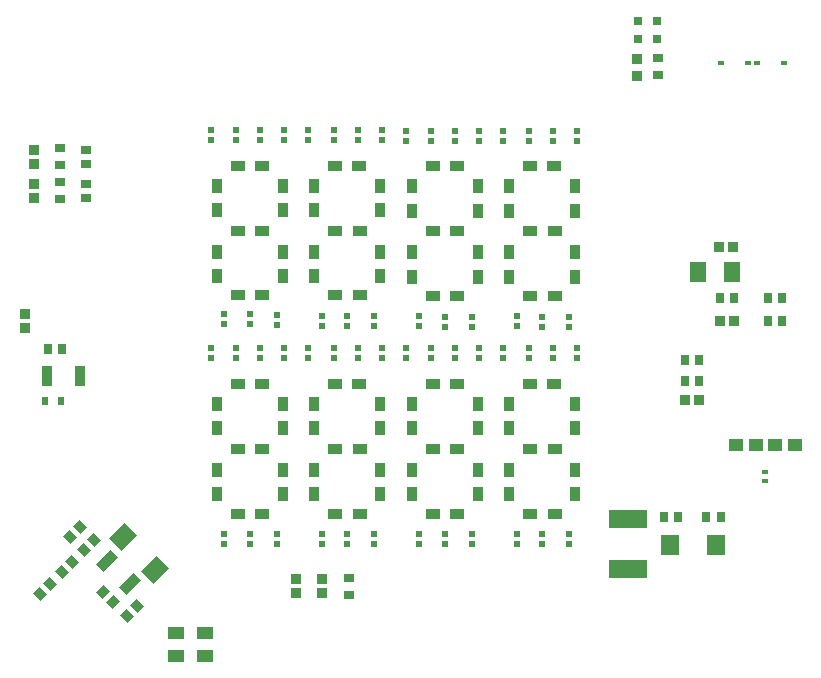
<source format=gtp>
G04*
G04 #@! TF.GenerationSoftware,Altium Limited,Altium Designer,22.4.2 (48)*
G04*
G04 Layer_Color=8421504*
%FSLAX25Y25*%
%MOIN*%
G70*
G04*
G04 #@! TF.SameCoordinates,FFA694D2-1829-43A5-BD7A-47FC6BC8C01B*
G04*
G04*
G04 #@! TF.FilePolarity,Positive*
G04*
G01*
G75*
%ADD14R,0.03788X0.03596*%
%ADD15R,0.03543X0.02559*%
%ADD16R,0.03150X0.03150*%
%ADD17R,0.03174X0.03379*%
%ADD18R,0.06120X0.07111*%
%ADD19R,0.12598X0.05906*%
%ADD20R,0.05544X0.03963*%
%ADD21R,0.03379X0.03174*%
%ADD22R,0.03543X0.02953*%
%ADD23R,0.02362X0.03150*%
%ADD24R,0.02953X0.03543*%
%ADD25R,0.03740X0.06693*%
%ADD26R,0.04560X0.04182*%
%ADD27R,0.01929X0.01772*%
%ADD28R,0.01968X0.01575*%
%ADD29R,0.05276X0.07087*%
G04:AMPARAMS|DCode=30|XSize=29.53mil|YSize=35.43mil|CornerRadius=0mil|HoleSize=0mil|Usage=FLASHONLY|Rotation=45.000|XOffset=0mil|YOffset=0mil|HoleType=Round|Shape=Rectangle|*
%AMROTATEDRECTD30*
4,1,4,0.00209,-0.02297,-0.02297,0.00209,-0.00209,0.02297,0.02297,-0.00209,0.00209,-0.02297,0.0*
%
%ADD30ROTATEDRECTD30*%

G04:AMPARAMS|DCode=31|XSize=29.53mil|YSize=35.43mil|CornerRadius=0mil|HoleSize=0mil|Usage=FLASHONLY|Rotation=135.000|XOffset=0mil|YOffset=0mil|HoleType=Round|Shape=Rectangle|*
%AMROTATEDRECTD31*
4,1,4,0.02297,0.00209,-0.00209,-0.02297,-0.02297,-0.00209,0.00209,0.02297,0.02297,0.00209,0.0*
%
%ADD31ROTATEDRECTD31*%

G04:AMPARAMS|DCode=32|XSize=37.4mil|YSize=66.93mil|CornerRadius=0mil|HoleSize=0mil|Usage=FLASHONLY|Rotation=135.000|XOffset=0mil|YOffset=0mil|HoleType=Round|Shape=Rectangle|*
%AMROTATEDRECTD32*
4,1,4,0.03689,0.01044,-0.01044,-0.03689,-0.03689,-0.01044,0.01044,0.03689,0.03689,0.01044,0.0*
%
%ADD32ROTATEDRECTD32*%

G04:AMPARAMS|DCode=33|XSize=61.2mil|YSize=71.11mil|CornerRadius=0mil|HoleSize=0mil|Usage=FLASHONLY|Rotation=135.000|XOffset=0mil|YOffset=0mil|HoleType=Round|Shape=Rectangle|*
%AMROTATEDRECTD33*
4,1,4,0.04678,0.00351,-0.00351,-0.04678,-0.04678,-0.00351,0.00351,0.04678,0.04678,0.00351,0.0*
%
%ADD33ROTATEDRECTD33*%

%ADD34R,0.04724X0.03740*%
%ADD35R,0.03740X0.04724*%
%ADD36R,0.02165X0.02362*%
D14*
X80100Y92774D02*
D03*
Y87226D02*
D03*
D15*
X87000Y87346D02*
D03*
Y93054D02*
D03*
X-112300Y45979D02*
D03*
Y51688D02*
D03*
Y62988D02*
D03*
Y57279D02*
D03*
X-16000Y-80146D02*
D03*
Y-85854D02*
D03*
D16*
X86700Y99447D02*
D03*
Y105353D02*
D03*
X80500Y99447D02*
D03*
Y105353D02*
D03*
D17*
X107334Y30100D02*
D03*
X112066D02*
D03*
X107633Y5400D02*
D03*
X112366D02*
D03*
X100767Y-21000D02*
D03*
X96034D02*
D03*
D18*
X106282Y-69200D02*
D03*
X91118D02*
D03*
D19*
X77000Y-60732D02*
D03*
Y-77268D02*
D03*
D20*
X-73500Y-106244D02*
D03*
Y-98756D02*
D03*
X-64100Y-106143D02*
D03*
Y-98656D02*
D03*
D21*
X-124100Y7666D02*
D03*
Y2933D02*
D03*
X-120900Y62500D02*
D03*
Y57767D02*
D03*
Y46367D02*
D03*
Y51100D02*
D03*
X-25000Y-80500D02*
D03*
Y-85233D02*
D03*
X-33500Y-85366D02*
D03*
Y-80633D02*
D03*
D22*
X-103700Y51162D02*
D03*
Y46438D02*
D03*
X-103800Y57771D02*
D03*
Y62496D02*
D03*
D23*
X-112041Y-21300D02*
D03*
X-117159D02*
D03*
D24*
X-111676Y-4100D02*
D03*
X-116400D02*
D03*
X93662Y-60100D02*
D03*
X88938D02*
D03*
X103138Y-60000D02*
D03*
X107862D02*
D03*
X123738Y5500D02*
D03*
X128462D02*
D03*
X112262Y13200D02*
D03*
X107538D02*
D03*
X100700Y-14700D02*
D03*
X95976D02*
D03*
X100624Y-7700D02*
D03*
X95900D02*
D03*
X128400Y13100D02*
D03*
X123676D02*
D03*
D25*
X-105488Y-12800D02*
D03*
X-116512D02*
D03*
D26*
X119656Y-36000D02*
D03*
X126144D02*
D03*
X132656D02*
D03*
X113144D02*
D03*
D27*
X107912Y91300D02*
D03*
X116888D02*
D03*
X129088D02*
D03*
X120112D02*
D03*
D28*
X122800Y-48075D02*
D03*
Y-44925D02*
D03*
D29*
X111530Y21600D02*
D03*
X100270D02*
D03*
D30*
X-108941Y-66541D02*
D03*
X-105600Y-63200D02*
D03*
X-108330Y-75030D02*
D03*
X-111670Y-78370D02*
D03*
X-104270Y-71070D02*
D03*
X-100930Y-67730D02*
D03*
X-119000Y-85700D02*
D03*
X-115659Y-82359D02*
D03*
X-86730Y-89630D02*
D03*
X-90070Y-92970D02*
D03*
D31*
X-94530Y-88170D02*
D03*
X-97870Y-84830D02*
D03*
D32*
X-89003Y-82397D02*
D03*
X-96797Y-74603D02*
D03*
D33*
X-80639Y-77461D02*
D03*
X-91361Y-66738D02*
D03*
D34*
X11929Y-15683D02*
D03*
X20000D02*
D03*
X11965Y-58927D02*
D03*
X20035D02*
D03*
X11965Y-37356D02*
D03*
X20035D02*
D03*
X44465Y-58927D02*
D03*
X52535D02*
D03*
X44465Y-37356D02*
D03*
X52535D02*
D03*
X44429Y-15683D02*
D03*
X52500D02*
D03*
X-53035Y-58927D02*
D03*
X-44965D02*
D03*
X-53071Y-15683D02*
D03*
X-45000D02*
D03*
X-53035Y-37356D02*
D03*
X-44965D02*
D03*
X-20535D02*
D03*
X-12465D02*
D03*
X-20535Y-58927D02*
D03*
X-12465D02*
D03*
X-20571Y-15683D02*
D03*
X-12500D02*
D03*
X-53035Y13929D02*
D03*
X-44965D02*
D03*
X-53071Y57173D02*
D03*
X-45000D02*
D03*
X-53035Y35500D02*
D03*
X-44965D02*
D03*
X44465Y35244D02*
D03*
X52535D02*
D03*
X20035D02*
D03*
X11965D02*
D03*
X20000Y56917D02*
D03*
X11929D02*
D03*
X44429D02*
D03*
X52500D02*
D03*
X-20571Y57138D02*
D03*
X-12500D02*
D03*
X44465Y13673D02*
D03*
X52535D02*
D03*
X20035D02*
D03*
X11965D02*
D03*
X-20535Y13894D02*
D03*
X-12465D02*
D03*
X-20535Y35465D02*
D03*
X-12465D02*
D03*
D35*
X5000Y-52427D02*
D03*
Y-44356D02*
D03*
Y-22321D02*
D03*
Y-30391D02*
D03*
X37500Y-52427D02*
D03*
Y-44356D02*
D03*
Y-22321D02*
D03*
Y-30391D02*
D03*
X59500Y-52427D02*
D03*
Y-44356D02*
D03*
Y-22356D02*
D03*
Y-30427D02*
D03*
X-60000Y-52427D02*
D03*
Y-44356D02*
D03*
Y-22321D02*
D03*
Y-30391D02*
D03*
X-27500Y-52427D02*
D03*
Y-44356D02*
D03*
Y-22321D02*
D03*
Y-30391D02*
D03*
X27000Y-22356D02*
D03*
Y-30427D02*
D03*
X-38000Y-22356D02*
D03*
Y-30427D02*
D03*
X-5500Y-22356D02*
D03*
Y-30427D02*
D03*
X-38000Y-52427D02*
D03*
Y-44356D02*
D03*
X-5500Y-52427D02*
D03*
Y-44356D02*
D03*
X27000Y-52427D02*
D03*
Y-44356D02*
D03*
X-60000Y50535D02*
D03*
Y42465D02*
D03*
Y20429D02*
D03*
Y28500D02*
D03*
X-38000Y20429D02*
D03*
Y28500D02*
D03*
Y50500D02*
D03*
Y42429D02*
D03*
X37500Y20173D02*
D03*
Y28244D02*
D03*
X27000D02*
D03*
Y20173D02*
D03*
X59500D02*
D03*
Y28244D02*
D03*
X37500Y50279D02*
D03*
Y42209D02*
D03*
X27000Y42173D02*
D03*
Y50244D02*
D03*
X59500D02*
D03*
Y42173D02*
D03*
X-27500Y50500D02*
D03*
Y42429D02*
D03*
X5000Y28244D02*
D03*
Y20173D02*
D03*
X-5500Y50465D02*
D03*
Y42394D02*
D03*
Y20394D02*
D03*
Y28465D02*
D03*
X5000Y42209D02*
D03*
Y50279D02*
D03*
X-27500Y20394D02*
D03*
Y28465D02*
D03*
D36*
X19500Y-3754D02*
D03*
Y-7100D02*
D03*
X3000Y-3754D02*
D03*
Y-7100D02*
D03*
X7500Y-69029D02*
D03*
Y-65683D02*
D03*
X16000Y-69100D02*
D03*
Y-65754D02*
D03*
X11500Y-3754D02*
D03*
Y-7100D02*
D03*
X-40000Y-69100D02*
D03*
Y-65754D02*
D03*
X-49000Y-69100D02*
D03*
Y-65754D02*
D03*
X-57500Y-69029D02*
D03*
Y-65683D02*
D03*
X-25000Y-69029D02*
D03*
Y-65683D02*
D03*
X25000Y-69100D02*
D03*
Y-65754D02*
D03*
X-7500Y-69100D02*
D03*
Y-65754D02*
D03*
X-16500Y-69100D02*
D03*
Y-65754D02*
D03*
X40000Y-69029D02*
D03*
Y-65683D02*
D03*
X57500Y-69100D02*
D03*
Y-65754D02*
D03*
X48500Y-69100D02*
D03*
Y-65754D02*
D03*
X60000Y-3754D02*
D03*
Y-7100D02*
D03*
X44000Y-3754D02*
D03*
Y-7100D02*
D03*
X52000Y-3754D02*
D03*
Y-7100D02*
D03*
X-62000Y-3754D02*
D03*
Y-7100D02*
D03*
X-53500Y-3754D02*
D03*
Y-7100D02*
D03*
X-45500Y-3754D02*
D03*
Y-7100D02*
D03*
X-13000Y-3754D02*
D03*
Y-7100D02*
D03*
X-21000Y-3754D02*
D03*
Y-7100D02*
D03*
X-29500Y-3754D02*
D03*
Y-7100D02*
D03*
X27500Y-3754D02*
D03*
Y-7100D02*
D03*
X-37500Y-3754D02*
D03*
Y-7100D02*
D03*
X-5000Y-3754D02*
D03*
Y-7100D02*
D03*
X35500Y-3754D02*
D03*
Y-7100D02*
D03*
X-57500Y4227D02*
D03*
Y7573D02*
D03*
X-53500Y69102D02*
D03*
Y65756D02*
D03*
X-45500Y69102D02*
D03*
Y65756D02*
D03*
X-40000Y4127D02*
D03*
Y7473D02*
D03*
X-62000Y69102D02*
D03*
Y65756D02*
D03*
X-37500Y69102D02*
D03*
Y65756D02*
D03*
X-49000Y7573D02*
D03*
Y4227D02*
D03*
X60000Y68846D02*
D03*
Y65500D02*
D03*
X52000Y68846D02*
D03*
Y65500D02*
D03*
X44000Y68846D02*
D03*
Y65500D02*
D03*
X48500Y3500D02*
D03*
Y6847D02*
D03*
X35500Y68846D02*
D03*
Y65500D02*
D03*
X11500D02*
D03*
Y68846D02*
D03*
X3000Y65500D02*
D03*
Y68846D02*
D03*
X-5000Y69067D02*
D03*
Y65720D02*
D03*
X27500Y65500D02*
D03*
Y68846D02*
D03*
X19500Y65500D02*
D03*
Y68846D02*
D03*
X-13000Y69067D02*
D03*
Y65720D02*
D03*
X-29500Y69067D02*
D03*
Y65720D02*
D03*
X-21000Y69067D02*
D03*
Y65720D02*
D03*
X57500Y3500D02*
D03*
Y6847D02*
D03*
X16000D02*
D03*
Y3500D02*
D03*
X25000Y6847D02*
D03*
Y3500D02*
D03*
X40000Y3571D02*
D03*
Y6917D02*
D03*
X-16500Y3720D02*
D03*
Y7067D02*
D03*
X-7500Y3720D02*
D03*
Y7067D02*
D03*
X-25000Y3791D02*
D03*
Y7138D02*
D03*
X7500Y6917D02*
D03*
Y3571D02*
D03*
M02*

</source>
